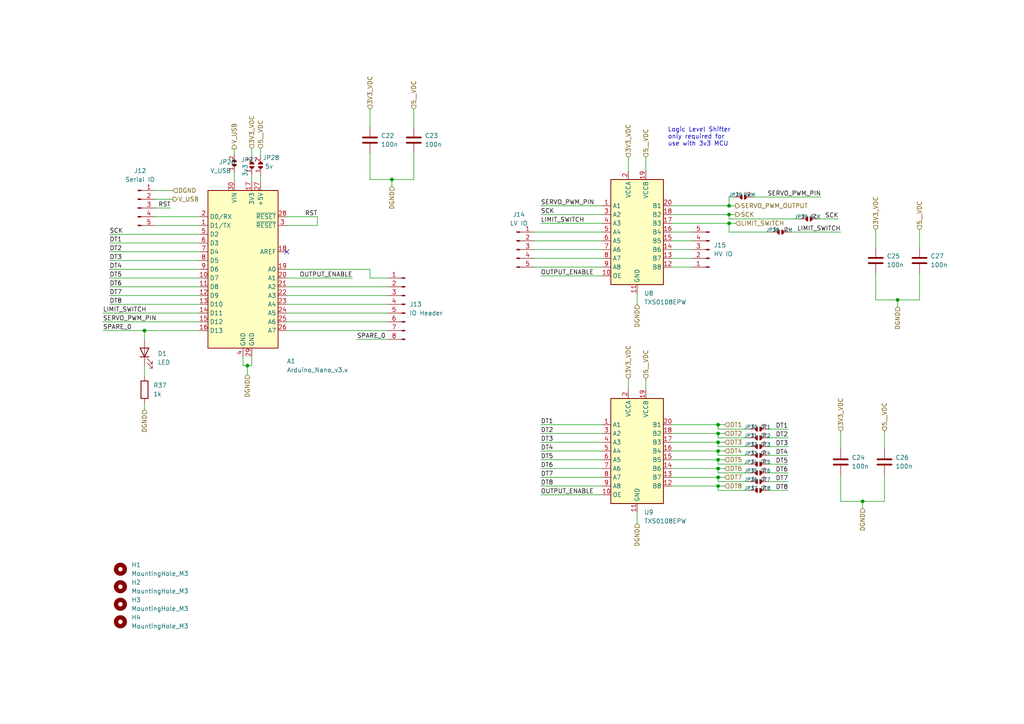
<source format=kicad_sch>
(kicad_sch (version 20211123) (generator eeschema)
  (paper "A4")
  (lib_symbols
    (symbol "000_Capacitor_Film_Immo:cap_film_0805" (pin_numbers hide) (pin_names (offset 0.254))
      (property "Reference" "C" (at 0.635 2.54 0))
      (property "Value" "cap_film_0805" (at 0.635 -2.54 0))
      (symbol "cap_film_0805_0_1"
        (polyline (pts (xy -2.032 -0.762) (xy 2.032 -0.762)) (stroke (width 0.508)))
        (polyline (pts (xy -2.032 0.762) (xy 2.032 0.762)) (stroke (width 0.508)))
      )
      (symbol "cap_film_0805_1_1"
        (pin passive line (at 0 3.81 270) (length 2.794) (name "~") (number "1"))
        (pin passive line (at 0 -3.81 90) (length 2.794) (name "~") (number "2"))
      )
    )
    (symbol "000_Connectors_Immo:Jumper_2_Open_small" (pin_names (offset 0) hide)
      (property "Reference" "JP" (at 0 2.794 0))
      (property "Value" "Jumper_2_Open_small" (at 0 -3.175 0))
      (symbol "Jumper_2_Open_small_0_1"
        (arc (start -0.635 0.635) (mid -1.2659 0.0056) (end -0.6463 -0.635) (fill (type outline)))
        (polyline (pts (xy -0.635 0.635) (xy -0.635 -0.635)))
        (polyline (pts (xy 0 0.635) (xy 0 -0.635)))
        (arc (start 0.0042 -0.6351) (mid 0.6351 -0.0057) (end 0.0155 0.6349) (fill (type outline)))
      )
      (symbol "Jumper_2_Open_small_1_1"
        (pin passive line (at -3.175 0 0) (length 2.54) (name "A") (number "1"))
        (pin passive line (at 2.54 0 180) (length 2.54) (name "B") (number "2"))
      )
    )
    (symbol "000_Diodes_Immo:LED_0805_smd" (pin_numbers hide) (pin_names (offset 1.016) hide)
      (property "Reference" "D" (at 0 2.54 0))
      (property "Value" "LED_0805_smd" (at 0 -3.81 0))
      (symbol "LED_0805_smd_0_1"
        (polyline (pts (xy -1.27 -1.27) (xy -1.27 1.27)) (stroke (width 0.254)))
        (polyline (pts (xy -1.27 0) (xy 1.27 0)))
        (polyline (pts (xy 1.27 -1.27) (xy 1.27 1.27) (xy -1.27 0) (xy 1.27 -1.27)) (stroke (width 0.254)))
        (polyline (pts (xy -3.048 -0.762) (xy -4.572 -2.286) (xy -3.81 -2.286) (xy -4.572 -2.286) (xy -4.572 -1.524)))
        (polyline (pts (xy -1.778 -0.762) (xy -3.302 -2.286) (xy -2.54 -2.286) (xy -3.302 -2.286) (xy -3.302 -1.524)))
      )
      (symbol "LED_0805_smd_1_1"
        (pin passive line (at -3.81 0 0) (length 2.54) (name "K") (number "1"))
        (pin passive line (at 3.81 0 180) (length 2.54) (name "A") (number "2"))
      )
    )
    (symbol "000_Pin_Headers_Immo:Conn_01x05_Male" (pin_names (offset 1.016) hide)
      (property "Reference" "J" (at 0 7.62 0))
      (property "Value" "Conn_01x05_Male" (at 0 -7.62 0))
      (symbol "Conn_01x05_Male_1_1"
        (polyline (pts (xy 1.27 -5.08) (xy 0.8636 -5.08)) (stroke (width 0.1524)))
        (polyline (pts (xy 1.27 -2.54) (xy 0.8636 -2.54)) (stroke (width 0.1524)))
        (polyline (pts (xy 1.27 0) (xy 0.8636 0)) (stroke (width 0.1524)))
        (polyline (pts (xy 1.27 2.54) (xy 0.8636 2.54)) (stroke (width 0.1524)))
        (polyline (pts (xy 1.27 5.08) (xy 0.8636 5.08)) (stroke (width 0.1524)))
        (rectangle (start 0.8636 -4.953) (end 0 -5.207) (stroke (width 0.1524)) (fill (type outline)))
        (rectangle (start 0.8636 -2.413) (end 0 -2.667) (stroke (width 0.1524)) (fill (type outline)))
        (rectangle (start 0.8636 0.127) (end 0 -0.127) (stroke (width 0.1524)) (fill (type outline)))
        (rectangle (start 0.8636 2.667) (end 0 2.413) (stroke (width 0.1524)) (fill (type outline)))
        (rectangle (start 0.8636 5.207) (end 0 4.953) (stroke (width 0.1524)) (fill (type outline)))
        (pin passive line (at 5.08 5.08 180) (length 3.81) (name "Pin_1") (number "1"))
        (pin passive line (at 5.08 2.54 180) (length 3.81) (name "Pin_2") (number "2"))
        (pin passive line (at 5.08 0 180) (length 3.81) (name "Pin_3") (number "3"))
        (pin passive line (at 5.08 -2.54 180) (length 3.81) (name "Pin_4") (number "4"))
        (pin passive line (at 5.08 -5.08 180) (length 3.81) (name "Pin_5") (number "5"))
      )
    )
    (symbol "000_Resistors_Immo:Resistor_0805" (pin_numbers hide) (pin_names (offset 0))
      (property "Reference" "R?" (at -2.54 3.81 0))
      (property "Value" "Resistor_0805" (at -5.08 2.54 0))
      (symbol "Resistor_0805_0_1"
        (rectangle (start 2.54 -1.016) (end -2.54 1.016) (stroke (width 0.254)))
      )
      (symbol "Resistor_0805_1_1"
        (pin passive line (at -3.81 0 0) (length 1.27) (name "~") (number "1"))
        (pin passive line (at 3.81 0 180) (length 1.27) (name "~") (number "2"))
      )
    )
    (symbol "Connector:Conn_01x08_Male" (pin_names (offset 1.016) hide)
      (property "Reference" "J" (at 0 10.16 0))
      (property "Value" "Conn_01x08_Male" (at 0 -12.7 0))
      (symbol "Conn_01x08_Male_1_1"
        (polyline (pts (xy 1.27 -10.16) (xy 0.8636 -10.16)) (stroke (width 0.1524)))
        (polyline (pts (xy 1.27 -7.62) (xy 0.8636 -7.62)) (stroke (width 0.1524)))
        (polyline (pts (xy 1.27 -5.08) (xy 0.8636 -5.08)) (stroke (width 0.1524)))
        (polyline (pts (xy 1.27 -2.54) (xy 0.8636 -2.54)) (stroke (width 0.1524)))
        (polyline (pts (xy 1.27 0) (xy 0.8636 0)) (stroke (width 0.1524)))
        (polyline (pts (xy 1.27 2.54) (xy 0.8636 2.54)) (stroke (width 0.1524)))
        (polyline (pts (xy 1.27 5.08) (xy 0.8636 5.08)) (stroke (width 0.1524)))
        (polyline (pts (xy 1.27 7.62) (xy 0.8636 7.62)) (stroke (width 0.1524)))
        (rectangle (start 0.8636 -10.033) (end 0 -10.287) (stroke (width 0.1524)) (fill (type outline)))
        (rectangle (start 0.8636 -7.493) (end 0 -7.747) (stroke (width 0.1524)) (fill (type outline)))
        (rectangle (start 0.8636 -4.953) (end 0 -5.207) (stroke (width 0.1524)) (fill (type outline)))
        (rectangle (start 0.8636 -2.413) (end 0 -2.667) (stroke (width 0.1524)) (fill (type outline)))
        (rectangle (start 0.8636 0.127) (end 0 -0.127) (stroke (width 0.1524)) (fill (type outline)))
        (rectangle (start 0.8636 2.667) (end 0 2.413) (stroke (width 0.1524)) (fill (type outline)))
        (rectangle (start 0.8636 5.207) (end 0 4.953) (stroke (width 0.1524)) (fill (type outline)))
        (rectangle (start 0.8636 7.747) (end 0 7.493) (stroke (width 0.1524)) (fill (type outline)))
        (pin passive line (at 5.08 7.62 180) (length 3.81) (name "Pin_1") (number "1"))
        (pin passive line (at 5.08 5.08 180) (length 3.81) (name "Pin_2") (number "2"))
        (pin passive line (at 5.08 2.54 180) (length 3.81) (name "Pin_3") (number "3"))
        (pin passive line (at 5.08 0 180) (length 3.81) (name "Pin_4") (number "4"))
        (pin passive line (at 5.08 -2.54 180) (length 3.81) (name "Pin_5") (number "5"))
        (pin passive line (at 5.08 -5.08 180) (length 3.81) (name "Pin_6") (number "6"))
        (pin passive line (at 5.08 -7.62 180) (length 3.81) (name "Pin_7") (number "7"))
        (pin passive line (at 5.08 -10.16 180) (length 3.81) (name "Pin_8") (number "8"))
      )
    )
    (symbol "Logic_LevelTranslator:TXS0108EPW"
      (property "Reference" "U" (at -6.35 16.51 0))
      (property "Value" "TXS0108EPW" (at 3.81 16.51 0))
      (symbol "TXS0108EPW_0_1"
        (rectangle (start -7.62 15.24) (end 7.62 -15.24) (stroke (width 0.254)) (fill (type background)))
      )
      (symbol "TXS0108EPW_1_1"
        (pin bidirectional line (at -10.16 7.62 0) (length 2.54) (name "A1") (number "1"))
        (pin input line (at -10.16 -12.7 0) (length 2.54) (name "OE") (number "10"))
        (pin power_in line (at 0 -17.78 90) (length 2.54) (name "GND") (number "11"))
        (pin bidirectional line (at 10.16 -10.16 180) (length 2.54) (name "B8") (number "12"))
        (pin bidirectional line (at 10.16 -7.62 180) (length 2.54) (name "B7") (number "13"))
        (pin bidirectional line (at 10.16 -5.08 180) (length 2.54) (name "B6") (number "14"))
        (pin bidirectional line (at 10.16 -2.54 180) (length 2.54) (name "B5") (number "15"))
        (pin bidirectional line (at 10.16 0 180) (length 2.54) (name "B4") (number "16"))
        (pin bidirectional line (at 10.16 2.54 180) (length 2.54) (name "B3") (number "17"))
        (pin bidirectional line (at 10.16 5.08 180) (length 2.54) (name "B2") (number "18"))
        (pin power_in line (at 2.54 17.78 270) (length 2.54) (name "VCCB") (number "19"))
        (pin power_in line (at -2.54 17.78 270) (length 2.54) (name "VCCA") (number "2"))
        (pin bidirectional line (at 10.16 7.62 180) (length 2.54) (name "B1") (number "20"))
        (pin bidirectional line (at -10.16 5.08 0) (length 2.54) (name "A2") (number "3"))
        (pin bidirectional line (at -10.16 2.54 0) (length 2.54) (name "A3") (number "4"))
        (pin bidirectional line (at -10.16 0 0) (length 2.54) (name "A4") (number "5"))
        (pin bidirectional line (at -10.16 -2.54 0) (length 2.54) (name "A5") (number "6"))
        (pin bidirectional line (at -10.16 -5.08 0) (length 2.54) (name "A6") (number "7"))
        (pin bidirectional line (at -10.16 -7.62 0) (length 2.54) (name "A7") (number "8"))
        (pin bidirectional line (at -10.16 -10.16 0) (length 2.54) (name "A8") (number "9"))
      )
    )
    (symbol "MCU_Module:Arduino_Nano_v3.x"
      (property "Reference" "A" (at -10.16 23.495 0))
      (property "Value" "Arduino_Nano_v3.x" (at 5.08 -24.13 0))
      (symbol "Arduino_Nano_v3.x_0_1"
        (rectangle (start -10.16 22.86) (end 10.16 -22.86) (stroke (width 0.254)) (fill (type background)))
      )
      (symbol "Arduino_Nano_v3.x_1_1"
        (pin bidirectional line (at -12.7 12.7 0) (length 2.54) (name "D1/TX") (number "1"))
        (pin bidirectional line (at -12.7 -2.54 0) (length 2.54) (name "D7") (number "10"))
        (pin bidirectional line (at -12.7 -5.08 0) (length 2.54) (name "D8") (number "11"))
        (pin bidirectional line (at -12.7 -7.62 0) (length 2.54) (name "D9") (number "12"))
        (pin bidirectional line (at -12.7 -10.16 0) (length 2.54) (name "D10") (number "13"))
        (pin bidirectional line (at -12.7 -12.7 0) (length 2.54) (name "D11") (number "14"))
        (pin bidirectional line (at -12.7 -15.24 0) (length 2.54) (name "D12") (number "15"))
        (pin bidirectional line (at -12.7 -17.78 0) (length 2.54) (name "D13") (number "16"))
        (pin power_out line (at 2.54 25.4 270) (length 2.54) (name "3V3") (number "17"))
        (pin input line (at 12.7 5.08 180) (length 2.54) (name "AREF") (number "18"))
        (pin bidirectional line (at 12.7 0 180) (length 2.54) (name "A0") (number "19"))
        (pin bidirectional line (at -12.7 15.24 0) (length 2.54) (name "D0/RX") (number "2"))
        (pin bidirectional line (at 12.7 -2.54 180) (length 2.54) (name "A1") (number "20"))
        (pin bidirectional line (at 12.7 -5.08 180) (length 2.54) (name "A2") (number "21"))
        (pin bidirectional line (at 12.7 -7.62 180) (length 2.54) (name "A3") (number "22"))
        (pin bidirectional line (at 12.7 -10.16 180) (length 2.54) (name "A4") (number "23"))
        (pin bidirectional line (at 12.7 -12.7 180) (length 2.54) (name "A5") (number "24"))
        (pin bidirectional line (at 12.7 -15.24 180) (length 2.54) (name "A6") (number "25"))
        (pin bidirectional line (at 12.7 -17.78 180) (length 2.54) (name "A7") (number "26"))
        (pin power_out line (at 5.08 25.4 270) (length 2.54) (name "+5V") (number "27"))
        (pin input line (at 12.7 15.24 180) (length 2.54) (name "~{RESET}") (number "28"))
        (pin power_in line (at 2.54 -25.4 90) (length 2.54) (name "GND") (number "29"))
        (pin input line (at 12.7 12.7 180) (length 2.54) (name "~{RESET}") (number "3"))
        (pin power_in line (at -2.54 25.4 270) (length 2.54) (name "VIN") (number "30"))
        (pin power_in line (at 0 -25.4 90) (length 2.54) (name "GND") (number "4"))
        (pin bidirectional line (at -12.7 10.16 0) (length 2.54) (name "D2") (number "5"))
        (pin bidirectional line (at -12.7 7.62 0) (length 2.54) (name "D3") (number "6"))
        (pin bidirectional line (at -12.7 5.08 0) (length 2.54) (name "D4") (number "7"))
        (pin bidirectional line (at -12.7 2.54 0) (length 2.54) (name "D5") (number "8"))
        (pin bidirectional line (at -12.7 0 0) (length 2.54) (name "D6") (number "9"))
      )
    )
    (symbol "Mechanical:MountingHole_M3" (pin_names (offset 1.016))
      (property "Reference" "H" (at 0 5.08 0))
      (property "Value" "MountingHole_M3" (at 0 3.175 0))
      (symbol "MountingHole_M3_0_1"
        (circle (center 0 0) (radius 1.27) (stroke (width 1.27)))
      )
    )
  )
  (junction (at 113.665 52.07))
  (junction (at 211.455 59.69))
  (junction (at 260.35 86.995))
  (junction (at 208.28 130.81))
  (junction (at 211.455 62.23))
  (junction (at 208.28 140.97))
  (junction (at 41.91 95.885))
  (junction (at 208.28 133.35))
  (junction (at 211.455 64.77))
  (junction (at 208.28 135.89))
  (junction (at 208.28 128.27))
  (junction (at 250.19 145.415))
  (junction (at 208.28 125.73))
  (junction (at 208.28 123.19))
  (junction (at 71.755 106.045))
  (junction (at 208.28 138.43))
  (no_connect (at 83.185 73.025))
  (wire (pts (xy 254 86.995) (xy 254 79.375)))
  (wire (pts (xy 213.36 64.77) (xy 211.455 64.77)))
  (wire (pts (xy 208.28 142.24) (xy 208.28 140.97)))
  (wire (pts (xy 222.885 134.62) (xy 228.6 134.62)))
  (wire (pts (xy 194.945 67.31) (xy 200.66 67.31)))
  (wire (pts (xy 222.885 132.08) (xy 228.6 132.08)))
  (wire (pts (xy 211.455 67.31) (xy 211.455 64.77)))
  (wire (pts (xy 120.015 31.75) (xy 120.015 36.83)))
  (wire (pts (xy 31.75 70.485) (xy 57.785 70.485)))
  (wire (pts (xy 250.19 147.32) (xy 250.19 145.415)))
  (wire (pts (xy 260.35 86.995) (xy 254 86.995)))
  (wire (pts (xy 156.845 125.73) (xy 174.625 125.73)))
  (wire (pts (xy 70.485 106.045) (xy 70.485 103.505)))
  (wire (pts (xy 208.28 135.89) (xy 194.945 135.89)))
  (wire (pts (xy 83.185 95.885) (xy 112.395 95.885)))
  (wire (pts (xy 217.17 124.46) (xy 208.28 124.46)))
  (wire (pts (xy 208.28 123.19) (xy 194.945 123.19)))
  (wire (pts (xy 83.185 93.345) (xy 112.395 93.345)))
  (wire (pts (xy 107.315 80.645) (xy 112.395 80.645)))
  (wire (pts (xy 237.49 63.5) (xy 243.205 63.5)))
  (wire (pts (xy 223.52 67.31) (xy 211.455 67.31)))
  (wire (pts (xy 217.17 132.08) (xy 208.28 132.08)))
  (wire (pts (xy 71.755 106.045) (xy 73.025 106.045)))
  (wire (pts (xy 256.54 145.415) (xy 250.19 145.415)))
  (wire (pts (xy 256.54 137.795) (xy 256.54 145.415)))
  (wire (pts (xy 83.185 62.865) (xy 92.075 62.865)))
  (wire (pts (xy 217.17 137.16) (xy 208.28 137.16)))
  (wire (pts (xy 92.075 62.865) (xy 92.075 65.405)))
  (wire (pts (xy 45.085 65.405) (xy 57.785 65.405)))
  (wire (pts (xy 208.28 127) (xy 208.28 125.73)))
  (wire (pts (xy 187.325 45.72) (xy 187.325 49.53)))
  (wire (pts (xy 71.755 106.045) (xy 70.485 106.045)))
  (wire (pts (xy 218.44 57.15) (xy 238.125 57.15)))
  (wire (pts (xy 229.235 67.31) (xy 243.84 67.31)))
  (wire (pts (xy 211.455 59.69) (xy 213.36 59.69)))
  (wire (pts (xy 210.185 130.81) (xy 208.28 130.81)))
  (wire (pts (xy 83.185 78.105) (xy 107.315 78.105)))
  (wire (pts (xy 211.455 64.77) (xy 194.945 64.77)))
  (wire (pts (xy 256.54 125.095) (xy 256.54 130.175)))
  (wire (pts (xy 67.945 43.18) (xy 67.945 44.45)))
  (wire (pts (xy 212.725 57.15) (xy 211.455 57.15)))
  (wire (pts (xy 217.17 139.7) (xy 208.28 139.7)))
  (wire (pts (xy 45.085 57.785) (xy 50.165 57.785)))
  (wire (pts (xy 107.315 31.75) (xy 107.315 36.83)))
  (wire (pts (xy 208.28 140.97) (xy 194.945 140.97)))
  (wire (pts (xy 208.28 134.62) (xy 208.28 133.35)))
  (wire (pts (xy 217.17 142.24) (xy 208.28 142.24)))
  (wire (pts (xy 217.17 134.62) (xy 208.28 134.62)))
  (wire (pts (xy 156.845 135.89) (xy 174.625 135.89)))
  (wire (pts (xy 194.945 69.85) (xy 200.66 69.85)))
  (wire (pts (xy 45.085 60.325) (xy 49.53 60.325)))
  (wire (pts (xy 210.185 128.27) (xy 208.28 128.27)))
  (wire (pts (xy 208.28 132.08) (xy 208.28 130.81)))
  (wire (pts (xy 243.84 145.415) (xy 243.84 137.795)))
  (wire (pts (xy 154.94 74.93) (xy 174.625 74.93)))
  (wire (pts (xy 73.025 43.18) (xy 73.025 45.085)))
  (wire (pts (xy 208.28 137.16) (xy 208.28 135.89)))
  (wire (pts (xy 210.185 138.43) (xy 208.28 138.43)))
  (wire (pts (xy 113.665 52.07) (xy 107.315 52.07)))
  (wire (pts (xy 29.845 95.885) (xy 41.91 95.885)))
  (wire (pts (xy 250.19 145.415) (xy 243.84 145.415)))
  (wire (pts (xy 254 66.675) (xy 254 71.755)))
  (wire (pts (xy 194.945 74.93) (xy 200.66 74.93)))
  (wire (pts (xy 260.35 88.9) (xy 260.35 86.995)))
  (wire (pts (xy 31.75 75.565) (xy 57.785 75.565)))
  (wire (pts (xy 156.845 140.97) (xy 174.625 140.97)))
  (wire (pts (xy 208.28 125.73) (xy 194.945 125.73)))
  (wire (pts (xy 113.665 53.975) (xy 113.665 52.07)))
  (wire (pts (xy 156.845 64.77) (xy 174.625 64.77)))
  (wire (pts (xy 182.245 109.855) (xy 182.245 113.03)))
  (wire (pts (xy 156.845 143.51) (xy 174.625 143.51)))
  (wire (pts (xy 73.025 50.8) (xy 73.025 52.705)))
  (wire (pts (xy 31.75 78.105) (xy 57.785 78.105)))
  (wire (pts (xy 210.185 123.19) (xy 208.28 123.19)))
  (wire (pts (xy 103.505 98.425) (xy 112.395 98.425)))
  (wire (pts (xy 184.785 88.265) (xy 184.785 85.09)))
  (wire (pts (xy 208.28 139.7) (xy 208.28 138.43)))
  (wire (pts (xy 222.885 127) (xy 228.6 127)))
  (wire (pts (xy 211.455 57.15) (xy 211.455 59.69)))
  (wire (pts (xy 222.885 139.7) (xy 228.6 139.7)))
  (wire (pts (xy 154.94 72.39) (xy 174.625 72.39)))
  (wire (pts (xy 83.185 90.805) (xy 112.395 90.805)))
  (wire (pts (xy 107.315 78.105) (xy 107.315 80.645)))
  (wire (pts (xy 156.845 62.23) (xy 174.625 62.23)))
  (wire (pts (xy 75.565 43.18) (xy 75.565 45.085)))
  (wire (pts (xy 31.75 83.185) (xy 57.785 83.185)))
  (wire (pts (xy 71.755 108.585) (xy 71.755 106.045)))
  (wire (pts (xy 184.785 151.765) (xy 184.785 148.59)))
  (wire (pts (xy 208.28 138.43) (xy 194.945 138.43)))
  (wire (pts (xy 210.185 135.89) (xy 208.28 135.89)))
  (wire (pts (xy 194.945 72.39) (xy 200.66 72.39)))
  (wire (pts (xy 156.845 133.35) (xy 174.625 133.35)))
  (wire (pts (xy 156.845 138.43) (xy 174.625 138.43)))
  (wire (pts (xy 156.845 130.81) (xy 174.625 130.81)))
  (wire (pts (xy 208.28 129.54) (xy 208.28 128.27)))
  (wire (pts (xy 41.91 106.045) (xy 41.91 109.22)))
  (wire (pts (xy 208.28 128.27) (xy 194.945 128.27)))
  (wire (pts (xy 217.17 127) (xy 208.28 127)))
  (wire (pts (xy 45.085 55.245) (xy 50.165 55.245)))
  (wire (pts (xy 208.28 133.35) (xy 194.945 133.35)))
  (wire (pts (xy 154.94 77.47) (xy 174.625 77.47)))
  (wire (pts (xy 182.245 45.72) (xy 182.245 49.53)))
  (wire (pts (xy 83.185 83.185) (xy 112.395 83.185)))
  (wire (pts (xy 31.75 80.645) (xy 57.785 80.645)))
  (wire (pts (xy 210.185 133.35) (xy 208.28 133.35)))
  (wire (pts (xy 243.84 125.095) (xy 243.84 130.175)))
  (wire (pts (xy 222.885 124.46) (xy 228.6 124.46)))
  (wire (pts (xy 194.945 77.47) (xy 200.66 77.47)))
  (wire (pts (xy 194.945 59.69) (xy 211.455 59.69)))
  (wire (pts (xy 31.75 73.025) (xy 57.785 73.025)))
  (wire (pts (xy 154.94 69.85) (xy 174.625 69.85)))
  (wire (pts (xy 83.185 88.265) (xy 112.395 88.265)))
  (wire (pts (xy 210.185 125.73) (xy 208.28 125.73)))
  (wire (pts (xy 187.325 109.855) (xy 187.325 113.03)))
  (wire (pts (xy 83.185 65.405) (xy 92.075 65.405)))
  (wire (pts (xy 41.91 116.84) (xy 41.91 118.745)))
  (wire (pts (xy 208.28 130.81) (xy 194.945 130.81)))
  (wire (pts (xy 222.885 129.54) (xy 228.6 129.54)))
  (wire (pts (xy 231.775 63.5) (xy 211.455 63.5)))
  (wire (pts (xy 75.565 50.8) (xy 75.565 52.705)))
  (wire (pts (xy 211.455 62.23) (xy 213.36 62.23)))
  (wire (pts (xy 222.885 137.16) (xy 228.6 137.16)))
  (wire (pts (xy 102.235 80.645) (xy 83.185 80.645)))
  (wire (pts (xy 210.185 140.97) (xy 208.28 140.97)))
  (wire (pts (xy 29.845 90.805) (xy 57.785 90.805)))
  (wire (pts (xy 45.085 62.865) (xy 57.785 62.865)))
  (wire (pts (xy 266.7 79.375) (xy 266.7 86.995)))
  (wire (pts (xy 31.75 88.265) (xy 57.785 88.265)))
  (wire (pts (xy 73.025 106.045) (xy 73.025 103.505)))
  (wire (pts (xy 120.015 52.07) (xy 113.665 52.07)))
  (wire (pts (xy 217.17 129.54) (xy 208.28 129.54)))
  (wire (pts (xy 156.845 80.01) (xy 174.625 80.01)))
  (wire (pts (xy 41.91 95.885) (xy 57.785 95.885)))
  (wire (pts (xy 156.845 59.69) (xy 174.625 59.69)))
  (wire (pts (xy 194.945 62.23) (xy 211.455 62.23)))
  (wire (pts (xy 156.845 123.19) (xy 174.625 123.19)))
  (wire (pts (xy 266.7 86.995) (xy 260.35 86.995)))
  (wire (pts (xy 154.94 67.31) (xy 174.625 67.31)))
  (wire (pts (xy 29.845 93.345) (xy 57.785 93.345)))
  (wire (pts (xy 156.845 128.27) (xy 174.625 128.27)))
  (wire (pts (xy 211.455 63.5) (xy 211.455 62.23)))
  (wire (pts (xy 31.75 67.945) (xy 57.785 67.945)))
  (wire (pts (xy 208.28 124.46) (xy 208.28 123.19)))
  (wire (pts (xy 107.315 52.07) (xy 107.315 44.45)))
  (wire (pts (xy 31.75 85.725) (xy 57.785 85.725)))
  (wire (pts (xy 83.185 85.725) (xy 112.395 85.725)))
  (wire (pts (xy 41.91 95.885) (xy 41.91 98.425)))
  (wire (pts (xy 266.7 66.675) (xy 266.7 71.755)))
  (wire (pts (xy 120.015 44.45) (xy 120.015 52.07)))
  (wire (pts (xy 222.885 142.24) (xy 228.6 142.24)))
  (wire (pts (xy 67.945 50.165) (xy 67.945 52.705)))
  (text "Logic Level Shifter\nonly required for \nuse with 3v3 MCU" (at 193.675 42.545 0) (effects (font (size 1.27 1.27)) (justify left bottom)))
  (label "DT8" (at 31.75 88.265 0))
  (label "DT2" (at 156.845 125.73 0))
  (label "SERVO_PWM_PIN" (at 156.845 59.69 0))
  (label "DT8" (at 228.6 142.24 180))
  (label "DT4" (at 31.75 78.105 0))
  (label "DT7" (at 156.845 138.43 0))
  (label "DT1" (at 31.75 70.485 0))
  (label "DT2" (at 228.6 127 180))
  (label "OUTPUT_ENABLE" (at 102.235 80.645 180))
  (label "DT3" (at 31.75 75.565 0))
  (label "RST" (at 92.075 62.865 180))
  (label "OUTPUT_ENABLE" (at 156.845 80.01 0))
  (label "DT4" (at 156.845 130.81 0))
  (label "DT7" (at 31.75 85.725 0))
  (label "SCK" (at 156.845 62.23 0))
  (label "DT5" (at 228.6 134.62 180))
  (label "DT3" (at 156.845 128.27 0))
  (label "DT5" (at 31.75 80.645 0))
  (label "RST" (at 49.53 60.325 180))
  (label "SERVO_PWM_PIN" (at 238.125 57.15 180))
  (label "SPARE_0" (at 103.505 98.425 0))
  (label "DT6" (at 228.6 137.16 180))
  (label "DT3" (at 228.6 129.54 180))
  (label "DT5" (at 156.845 133.35 0))
  (label "DT7" (at 228.6 139.7 180))
  (label "DT2" (at 31.75 73.025 0))
  (label "LIMIT_SWITCH" (at 29.845 90.805 0))
  (label "OUTPUT_ENABLE" (at 156.845 143.51 0))
  (label "DT6" (at 156.845 135.89 0))
  (label "SCK" (at 31.75 67.945 0))
  (label "DT8" (at 156.845 140.97 0))
  (label "SPARE_0" (at 29.845 95.885 0))
  (label "SCK" (at 243.205 63.5 180))
  (label "SERVO_PWM_PIN" (at 29.845 93.345 0))
  (label "DT1" (at 156.845 123.19 0))
  (label "DT4" (at 228.6 132.08 180))
  (label "DT1" (at 228.6 124.46 180))
  (label "LIMIT_SWITCH" (at 243.84 67.31 180))
  (label "LIMIT_SWITCH" (at 156.845 64.77 0))
  (label "DT6" (at 31.75 83.185 0))
  (hierarchical_label "DGND" (shape input) (at 113.665 53.975 270))
  (hierarchical_label "3V3_VDC" (shape input) (at 107.315 31.75 90))
  (hierarchical_label "DGND" (shape input) (at 184.785 88.265 270))
  (hierarchical_label "DT1" (shape input) (at 210.185 123.19 0))
  (hierarchical_label "5__VDC" (shape input) (at 256.54 125.095 90))
  (hierarchical_label "3V3_VDC" (shape input) (at 182.245 109.855 90))
  (hierarchical_label "SCK" (shape output) (at 213.36 62.23 0))
  (hierarchical_label "DT5" (shape input) (at 210.185 133.35 0))
  (hierarchical_label "DGND" (shape input) (at 184.785 151.765 270))
  (hierarchical_label "DGND" (shape input) (at 71.755 108.585 270))
  (hierarchical_label "3V3_VDC" (shape input) (at 182.245 45.72 90))
  (hierarchical_label "5__VDC" (shape input) (at 75.565 43.18 90))
  (hierarchical_label "5__VDC" (shape input) (at 266.7 66.675 90))
  (hierarchical_label "V_USB" (shape output) (at 50.165 57.785 0))
  (hierarchical_label "5__VDC" (shape input) (at 120.015 31.75 90))
  (hierarchical_label "DT4" (shape input) (at 210.185 130.81 0))
  (hierarchical_label "DT7" (shape input) (at 210.185 138.43 0))
  (hierarchical_label "DGND" (shape input) (at 260.35 88.9 270))
  (hierarchical_label "DGND" (shape input) (at 41.91 118.745 270))
  (hierarchical_label "SERVO_PWM_OUTPUT" (shape output) (at 213.36 59.69 0))
  (hierarchical_label "DT8" (shape input) (at 210.185 140.97 0))
  (hierarchical_label "DGND" (shape input) (at 250.19 147.32 270))
  (hierarchical_label "DT2" (shape input) (at 210.185 125.73 0))
  (hierarchical_label "LIMIT_SWITCH" (shape input) (at 213.36 64.77 0))
  (hierarchical_label "5__VDC" (shape input) (at 187.325 45.72 90))
  (hierarchical_label "DT3" (shape input) (at 210.185 128.27 0))
  (hierarchical_label "3V3_VDC" (shape input) (at 254 66.675 90))
  (hierarchical_label "V_USB" (shape output) (at 67.945 43.18 90))
  (hierarchical_label "3V3_VDC" (shape input) (at 73.025 43.18 90))
  (hierarchical_label "DGND" (shape input) (at 50.165 55.245 0))
  (hierarchical_label "DT6" (shape input) (at 210.185 135.89 0))
  (hierarchical_label "3V3_VDC" (shape input) (at 243.84 125.095 90))
  (hierarchical_label "5__VDC" (shape input) (at 187.325 109.855 90))
  (symbol (lib_id "000_Connectors_Immo:Jumper_2_Open_small") (at 226.695 67.31 0) (unit 1)
    (property "Reference" "JP38" (at 226.06 66.675 0) (effects (font (size 1 1)) (justify right)))
    (property "Value" "LIM" (at 229.87 66.675 0) (effects (font (size 1 1)) (justify right)))
    (property "Footprint" "Jumper:SolderJumper-2_P1.3mm_Open_RoundedPad1.0x1.5mm" (effects hide))
  )
  (symbol (lib_id "Logic_LevelTranslator:TXS0108EPW") (at 184.785 67.31 0) (unit 1)
    (property "Reference" "U8" (at 186.8044 85.09 0) (effects (justify left)))
    (property "Value" "TXS0108EPW" (at 186.8044 87.63 0) (effects (justify left)))
    (property "Footprint" "Package_SO:TSSOP-20_4.4x6.5mm_P0.65mm" (effects hide))
    (property "Datasheet" "www.ti.com/lit/ds/symlink/txs0108e.pdf" (effects hide))
  )
  (symbol (lib_id "000_Connectors_Immo:Jumper_2_Open_small") (at 220.345 142.24 0) (unit 1)
    (property "Reference" "JP37" (at 219.71 141.605 0) (effects (font (size 1 1)) (justify right)))
    (property "Value" "DT8" (at 223.52 141.605 0) (effects (font (size 1 1)) (justify right)))
    (property "Footprint" "Jumper:SolderJumper-2_P1.3mm_Open_RoundedPad1.0x1.5mm" (effects hide))
  )
  (symbol (lib_id "000_Capacitor_Film_Immo:cap_film_0805") (at 243.84 133.985 0) (unit 1)
    (property "Reference" "C24" (at 247.015 132.7149 0) (effects (justify left)))
    (property "Value" "100n" (at 247.015 135.2549 0) (effects (justify left)))
    (property "Footprint" "Capacitor_SMD:C_0805_2012Metric_Pad1.18x1.45mm_HandSolder" (effects hide))
  )
  (symbol (lib_id "000_Capacitor_Film_Immo:cap_film_0805") (at 107.315 40.64 0) (unit 1)
    (property "Reference" "C22" (at 110.49 39.3699 0) (effects (justify left)))
    (property "Value" "100n" (at 110.49 41.9099 0) (effects (justify left)))
    (property "Footprint" "Capacitor_SMD:C_0805_2012Metric_Pad1.18x1.45mm_HandSolder" (effects hide))
  )
  (symbol (lib_id "Mechanical:MountingHole_M3") (at 34.925 165.1 0) (unit 1)
    (property "Reference" "H1" (at 38.1 163.8299 0) (effects (justify left)))
    (property "Value" "MountingHole_M3" (at 38.1 166.3699 0) (effects (justify left)))
    (property "Footprint" "MountingHole:MountingHole_3.2mm_M3_Pad_Via" (effects hide))
  )
  (symbol (lib_id "Mechanical:MountingHole_M3") (at 34.925 170.18 0) (unit 1)
    (property "Reference" "H2" (at 38.1 168.9099 0) (effects (justify left)))
    (property "Value" "MountingHole_M3" (at 38.1 171.4499 0) (effects (justify left)))
    (property "Footprint" "MountingHole:MountingHole_3.2mm_M3_Pad_Via" (effects hide))
  )
  (symbol (lib_id "Mechanical:MountingHole_M3") (at 34.925 180.34 0) (unit 1)
    (property "Reference" "H4" (at 38.1 179.0699 0) (effects (justify left)))
    (property "Value" "MountingHole_M3" (at 38.1 181.6099 0) (effects (justify left)))
    (property "Footprint" "MountingHole:MountingHole_3.2mm_M3_Pad_Via" (effects hide))
  )
  (symbol (lib_id "000_Capacitor_Film_Immo:cap_film_0805") (at 266.7 75.565 0) (unit 1)
    (property "Reference" "C27" (at 269.875 74.2949 0) (effects (justify left)))
    (property "Value" "100n" (at 269.875 76.8349 0) (effects (justify left)))
    (property "Footprint" "Capacitor_SMD:C_0805_2012Metric_Pad1.18x1.45mm_HandSolder" (effects hide))
  )
  (symbol (lib_id "000_Diodes_Immo:LED_0805_smd") (at 41.91 102.235 90) (unit 1)
    (property "Reference" "D1" (at 45.72 102.5524 90) (effects (justify right)))
    (property "Value" "LED" (at 45.72 105.0924 90) (effects (justify right)))
    (property "Footprint" "Diode_SMD:D_0805_2012Metric_Pad1.15x1.40mm_HandSolder" (effects hide))
  )
  (symbol (lib_id "000_Connectors_Immo:Jumper_2_Open_small") (at 220.345 129.54 0) (unit 1)
    (property "Reference" "JP32" (at 219.71 128.905 0) (effects (font (size 1 1)) (justify right)))
    (property "Value" "DT3" (at 223.52 128.905 0) (effects (font (size 1 1)) (justify right)))
    (property "Footprint" "Jumper:SolderJumper-2_P1.3mm_Open_RoundedPad1.0x1.5mm" (effects hide))
  )
  (symbol (lib_id "Logic_LevelTranslator:TXS0108EPW") (at 184.785 130.81 0) (unit 1)
    (property "Reference" "U9" (at 186.8044 148.59 0) (effects (justify left)))
    (property "Value" "TXS0108EPW" (at 186.8044 151.13 0) (effects (justify left)))
    (property "Footprint" "Package_SO:TSSOP-20_4.4x6.5mm_P0.65mm" (effects hide))
    (property "Datasheet" "www.ti.com/lit/ds/symlink/txs0108e.pdf" (effects hide))
  )
  (symbol (lib_id "000_Pin_Headers_Immo:Conn_01x05_Male") (at 149.86 72.39 0) (unit 1)
    (property "Reference" "J14" (at 150.495 62.23 0))
    (property "Value" "LV IO" (at 150.495 64.77 0))
    (property "Footprint" "Connector_PinHeader_2.54mm:PinHeader_1x05_P2.54mm_Vertical" (effects hide))
  )
  (symbol (lib_id "000_Connectors_Immo:Jumper_2_Open_small") (at 73.025 47.625 90) (unit 1)
    (property "Reference" "JP27" (at 69.85 46.355 90) (effects (justify right)))
    (property "Value" "3v3" (at 71.12 47.625 0) (effects (justify right)))
    (property "Footprint" "Jumper:SolderJumper-2_P1.3mm_Open_RoundedPad1.0x1.5mm" (effects hide))
  )
  (symbol (lib_id "000_Connectors_Immo:Jumper_2_Open_small") (at 67.945 46.99 90) (unit 1)
    (property "Reference" "JP26" (at 63.5 46.99 90) (effects (justify right)))
    (property "Value" "V_USB" (at 60.96 49.53 90) (effects (justify right)))
    (property "Footprint" "Jumper:SolderJumper-2_P1.3mm_Open_RoundedPad1.0x1.5mm" (effects hide))
  )
  (symbol (lib_id "Mechanical:MountingHole_M3") (at 34.925 175.26 0) (unit 1)
    (property "Reference" "H3" (at 38.1 173.9899 0) (effects (justify left)))
    (property "Value" "MountingHole_M3" (at 38.1 176.5299 0) (effects (justify left)))
    (property "Footprint" "MountingHole:MountingHole_3.2mm_M3_Pad_Via" (effects hide))
  )
  (symbol (lib_id "000_Connectors_Immo:Jumper_2_Open_small") (at 220.345 134.62 0) (unit 1)
    (property "Reference" "JP34" (at 219.71 133.985 0) (effects (font (size 1 1)) (justify right)))
    (property "Value" "DT5" (at 223.52 133.985 0) (effects (font (size 1 1)) (justify right)))
    (property "Footprint" "Jumper:SolderJumper-2_P1.3mm_Open_RoundedPad1.0x1.5mm" (effects hide))
  )
  (symbol (lib_id "000_Capacitor_Film_Immo:cap_film_0805") (at 120.015 40.64 0) (unit 1)
    (property "Reference" "C23" (at 123.19 39.3699 0) (effects (justify left)))
    (property "Value" "100n" (at 123.19 41.9099 0) (effects (justify left)))
    (property "Footprint" "Capacitor_SMD:C_0805_2012Metric_Pad1.18x1.45mm_HandSolder" (effects hide))
  )
  (symbol (lib_id "000_Connectors_Immo:Jumper_2_Open_small") (at 220.345 127 0) (unit 1)
    (property "Reference" "JP31" (at 219.71 126.365 0) (effects (font (size 1 1)) (justify right)))
    (property "Value" "DT2" (at 223.52 126.365 0) (effects (font (size 1 1)) (justify right)))
    (property "Footprint" "Jumper:SolderJumper-2_P1.3mm_Open_RoundedPad1.0x1.5mm" (effects hide))
  )
  (symbol (lib_id "000_Pin_Headers_Immo:Conn_01x05_Male") (at 205.74 72.39 180) (unit 1)
    (property "Reference" "J15" (at 207.01 71.1199 0) (effects (justify right)))
    (property "Value" "HV IO" (at 207.01 73.6599 0) (effects (justify right)))
    (property "Footprint" "Connector_PinHeader_2.54mm:PinHeader_1x05_P2.54mm_Vertical" (effects hide))
  )
  (symbol (lib_id "000_Connectors_Immo:Jumper_2_Open_small") (at 220.345 139.7 0) (unit 1)
    (property "Reference" "JP36" (at 219.71 139.065 0) (effects (font (size 1 1)) (justify right)))
    (property "Value" "DT7" (at 223.52 139.065 0) (effects (font (size 1 1)) (justify right)))
    (property "Footprint" "Jumper:SolderJumper-2_P1.3mm_Open_RoundedPad1.0x1.5mm" (effects hide))
  )
  (symbol (lib_id "MCU_Module:Arduino_Nano_v3.x") (at 70.485 78.105 0) (unit 1)
    (property "Reference" "A1" (at 83.185 104.775 0) (effects (justify left)))
    (property "Value" "Arduino_Nano_v3.x" (at 83.185 107.315 0) (effects (justify left)))
    (property "Footprint" "Module:Arduino_Nano" (effects hide))
    (property "Datasheet" "http://www.mouser.com/pdfdocs/Gravitech_Arduino_Nano3_0.pdf" (effects hide))
  )
  (symbol (lib_id "000_Connectors_Immo:Jumper_2_Open_small") (at 75.565 47.625 90) (unit 1)
    (property "Reference" "JP28" (at 76.2 45.72 90) (effects (justify right)))
    (property "Value" "5v" (at 76.835 48.26 90) (effects (justify right)))
    (property "Footprint" "Jumper:SolderJumper-2_P1.3mm_Open_RoundedPad1.0x1.5mm" (effects hide))
  )
  (symbol (lib_id "000_Capacitor_Film_Immo:cap_film_0805") (at 254 75.565 0) (unit 1)
    (property "Reference" "C25" (at 257.175 74.2949 0) (effects (justify left)))
    (property "Value" "100n" (at 257.175 76.8349 0) (effects (justify left)))
    (property "Footprint" "Capacitor_SMD:C_0805_2012Metric_Pad1.18x1.45mm_HandSolder" (effects hide))
  )
  (symbol (lib_id "000_Capacitor_Film_Immo:cap_film_0805") (at 256.54 133.985 0) (unit 1)
    (property "Reference" "C26" (at 259.715 132.7149 0) (effects (justify left)))
    (property "Value" "100n" (at 259.715 135.2549 0) (effects (justify left)))
    (property "Footprint" "Capacitor_SMD:C_0805_2012Metric_Pad1.18x1.45mm_HandSolder" (effects hide))
  )
  (symbol (lib_id "000_Connectors_Immo:Jumper_2_Open_small") (at 220.345 132.08 0) (unit 1)
    (property "Reference" "JP33" (at 219.71 131.445 0) (effects (font (size 1 1)) (justify right)))
    (property "Value" "DT4" (at 223.52 131.445 0) (effects (font (size 1 1)) (justify right)))
    (property "Footprint" "Jumper:SolderJumper-2_P1.3mm_Open_RoundedPad1.0x1.5mm" (effects hide))
  )
  (symbol (lib_id "000_Connectors_Immo:Jumper_2_Open_small") (at 234.95 63.5 0) (unit 1)
    (property "Reference" "JP39" (at 234.315 62.865 0) (effects (font (size 1 1)) (justify right)))
    (property "Value" "SCK" (at 238.125 62.865 0) (effects (font (size 1 1)) (justify right)))
    (property "Footprint" "Jumper:SolderJumper-2_P1.3mm_Open_RoundedPad1.0x1.5mm" (effects hide))
  )
  (symbol (lib_id "Connector:Conn_01x08_Male") (at 117.475 88.265 0) (mirror y) (unit 1)
    (property "Reference" "J13" (at 118.745 88.2649 0) (effects (justify right)))
    (property "Value" "IO Header" (at 118.745 90.8049 0) (effects (justify right)))
    (property "Footprint" "Connector_PinHeader_2.54mm:PinHeader_1x08_P2.54mm_Vertical" (effects hide))
  )
  (symbol (lib_id "000_Connectors_Immo:Jumper_2_Open_small") (at 215.9 57.15 0) (unit 1)
    (property "Reference" "JP29" (at 215.265 56.515 0) (effects (font (size 1 1)) (justify right)))
    (property "Value" "PWM" (at 219.075 56.515 0) (effects (font (size 1 1)) (justify right)))
    (property "Footprint" "Jumper:SolderJumper-2_P1.3mm_Open_RoundedPad1.0x1.5mm" (effects hide))
  )
  (symbol (lib_id "000_Pin_Headers_Immo:Conn_01x05_Male") (at 40.005 60.325 0) (unit 1)
    (property "Reference" "J12" (at 40.64 49.53 0))
    (property "Value" "Serial IO" (at 40.64 52.07 0))
    (property "Footprint" "Connector_PinHeader_2.54mm:PinHeader_1x05_P2.54mm_Vertical" (effects hide))
  )
  (symbol (lib_id "000_Connectors_Immo:Jumper_2_Open_small") (at 220.345 137.16 0) (unit 1)
    (property "Reference" "JP35" (at 219.71 136.525 0) (effects (font (size 1 1)) (justify right)))
    (property "Value" "DT6" (at 223.52 136.525 0) (effects (font (size 1 1)) (justify right)))
    (property "Footprint" "Jumper:SolderJumper-2_P1.3mm_Open_RoundedPad1.0x1.5mm" (effects hide))
  )
  (symbol (lib_id "000_Resistors_Immo:Resistor_0805") (at 41.91 113.03 90) (unit 1)
    (property "Reference" "R37" (at 44.45 111.7599 90) (effects (justify right)))
    (property "Value" "1k" (at 44.45 114.2999 90) (effects (justify right)))
    (property "Footprint" "Resistor_SMD:R_0805_2012Metric_Pad1.20x1.40mm_HandSolder" (effects hide))
  )
  (symbol (lib_id "000_Connectors_Immo:Jumper_2_Open_small") (at 220.345 124.46 0) (unit 1)
    (property "Reference" "JP30" (at 219.71 123.825 0) (effects (font (size 1 1)) (justify right)))
    (property "Value" "DT1" (at 223.52 123.825 0) (effects (font (size 1 1)) (justify right)))
    (property "Footprint" "Jumper:SolderJumper-2_P1.3mm_Open_RoundedPad1.0x1.5mm" (effects hide))
  )
)
</source>
